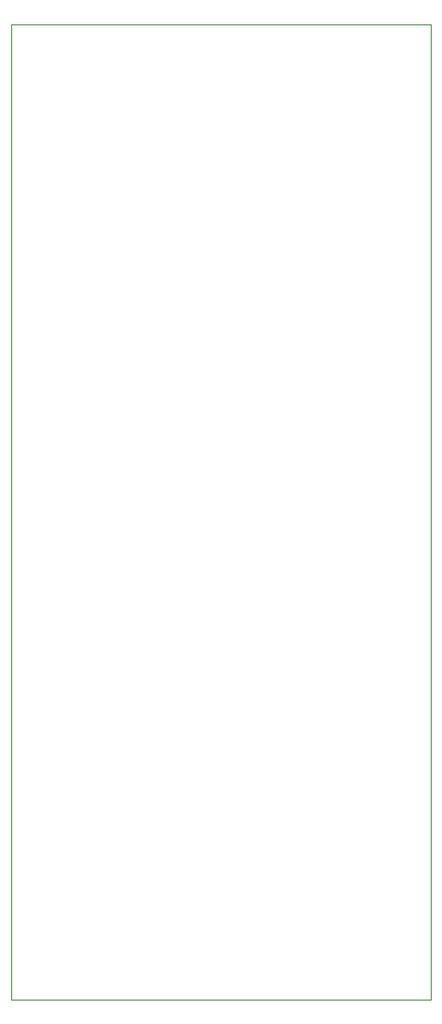
<source format=gbr>
%TF.GenerationSoftware,KiCad,Pcbnew,6.0.0-d3dd2cf0fa~116~ubuntu21.10.1*%
%TF.CreationDate,2021-12-31T19:25:48-08:00*%
%TF.ProjectId,macropad-test1,6d616372-6f70-4616-942d-74657374312e,rev?*%
%TF.SameCoordinates,Original*%
%TF.FileFunction,Profile,NP*%
%FSLAX46Y46*%
G04 Gerber Fmt 4.6, Leading zero omitted, Abs format (unit mm)*
G04 Created by KiCad (PCBNEW 6.0.0-d3dd2cf0fa~116~ubuntu21.10.1) date 2021-12-31 19:25:48*
%MOMM*%
%LPD*%
G01*
G04 APERTURE LIST*
%TA.AperFunction,Profile*%
%ADD10C,0.050000*%
%TD*%
G04 APERTURE END LIST*
D10*
X26000000Y-114000000D02*
X26000000Y-26000000D01*
X64000000Y-26000000D02*
X64000000Y-114000000D01*
X64000000Y-114000000D02*
X26000000Y-114000000D01*
X26000000Y-26000000D02*
X64000000Y-26000000D01*
M02*

</source>
